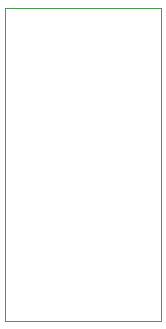
<source format=gm1>
G04 #@! TF.GenerationSoftware,KiCad,Pcbnew,(5.1.6-0-10_14)*
G04 #@! TF.CreationDate,2020-08-07T14:29:10+09:00*
G04 #@! TF.ProjectId,breakout_2x5,62726561-6b6f-4757-945f-3278352e6b69,rev?*
G04 #@! TF.SameCoordinates,Original*
G04 #@! TF.FileFunction,Profile,NP*
%FSLAX46Y46*%
G04 Gerber Fmt 4.6, Leading zero omitted, Abs format (unit mm)*
G04 Created by KiCad (PCBNEW (5.1.6-0-10_14)) date 2020-08-07 14:29:10*
%MOMM*%
%LPD*%
G01*
G04 APERTURE LIST*
G04 #@! TA.AperFunction,Profile*
%ADD10C,0.100000*%
G04 #@! TD*
G04 APERTURE END LIST*
D10*
X142925800Y-107670600D02*
X142925800Y-81229200D01*
X156210000Y-107670600D02*
X142925800Y-107670600D01*
X156210000Y-81229200D02*
X156210000Y-107670600D01*
X142925800Y-81229200D02*
X156210000Y-81229200D01*
M02*

</source>
